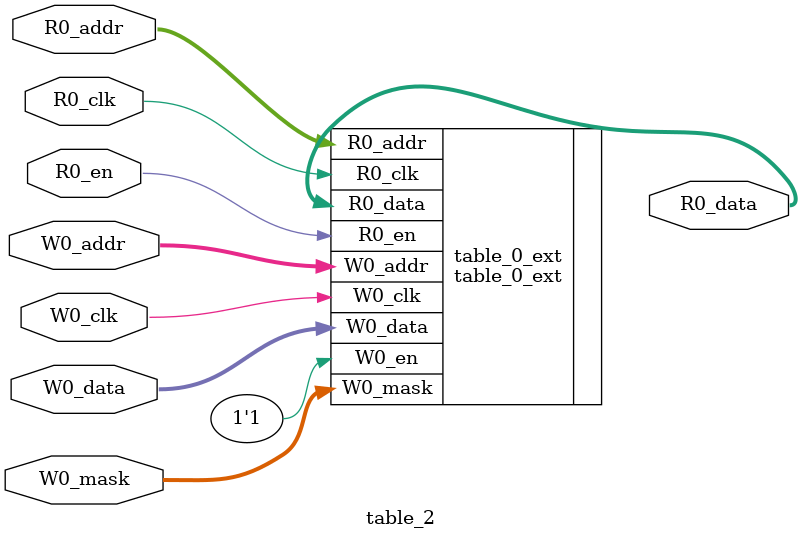
<source format=sv>
`ifndef RANDOMIZE
  `ifdef RANDOMIZE_MEM_INIT
    `define RANDOMIZE
  `endif // RANDOMIZE_MEM_INIT
`endif // not def RANDOMIZE
`ifndef RANDOMIZE
  `ifdef RANDOMIZE_REG_INIT
    `define RANDOMIZE
  `endif // RANDOMIZE_REG_INIT
`endif // not def RANDOMIZE

`ifndef RANDOM
  `define RANDOM $random
`endif // not def RANDOM

// Users can define INIT_RANDOM as general code that gets injected into the
// initializer block for modules with registers.
`ifndef INIT_RANDOM
  `define INIT_RANDOM
`endif // not def INIT_RANDOM

// If using random initialization, you can also define RANDOMIZE_DELAY to
// customize the delay used, otherwise 0.002 is used.
`ifndef RANDOMIZE_DELAY
  `define RANDOMIZE_DELAY 0.002
`endif // not def RANDOMIZE_DELAY

// Define INIT_RANDOM_PROLOG_ for use in our modules below.
`ifndef INIT_RANDOM_PROLOG_
  `ifdef RANDOMIZE
    `ifdef VERILATOR
      `define INIT_RANDOM_PROLOG_ `INIT_RANDOM
    `else  // VERILATOR
      `define INIT_RANDOM_PROLOG_ `INIT_RANDOM #`RANDOMIZE_DELAY begin end
    `endif // VERILATOR
  `else  // RANDOMIZE
    `define INIT_RANDOM_PROLOG_
  `endif // RANDOMIZE
`endif // not def INIT_RANDOM_PROLOG_

// Include register initializers in init blocks unless synthesis is set
`ifndef SYNTHESIS
  `ifndef ENABLE_INITIAL_REG_
    `define ENABLE_INITIAL_REG_
  `endif // not def ENABLE_INITIAL_REG_
`endif // not def SYNTHESIS

// Include rmemory initializers in init blocks unless synthesis is set
`ifndef SYNTHESIS
  `ifndef ENABLE_INITIAL_MEM_
    `define ENABLE_INITIAL_MEM_
  `endif // not def ENABLE_INITIAL_MEM_
`endif // not def SYNTHESIS

// Standard header to adapt well known macros for prints and assertions.

// Users can define 'PRINTF_COND' to add an extra gate to prints.
`ifndef PRINTF_COND_
  `ifdef PRINTF_COND
    `define PRINTF_COND_ (`PRINTF_COND)
  `else  // PRINTF_COND
    `define PRINTF_COND_ 1
  `endif // PRINTF_COND
`endif // not def PRINTF_COND_

// Users can define 'ASSERT_VERBOSE_COND' to add an extra gate to assert error printing.
`ifndef ASSERT_VERBOSE_COND_
  `ifdef ASSERT_VERBOSE_COND
    `define ASSERT_VERBOSE_COND_ (`ASSERT_VERBOSE_COND)
  `else  // ASSERT_VERBOSE_COND
    `define ASSERT_VERBOSE_COND_ 1
  `endif // ASSERT_VERBOSE_COND
`endif // not def ASSERT_VERBOSE_COND_

// Users can define 'STOP_COND' to add an extra gate to stop conditions.
`ifndef STOP_COND_
  `ifdef STOP_COND
    `define STOP_COND_ (`STOP_COND)
  `else  // STOP_COND
    `define STOP_COND_ 1
  `endif // STOP_COND
`endif // not def STOP_COND_

module table_2(	// @[generators/boom/src/main/scala/ifu/bpd/tage.scala:91:27]
  input  [7:0]  R0_addr,
  input         R0_en,
                R0_clk,
  output [47:0] R0_data,
  input  [7:0]  W0_addr,
  input         W0_clk,
  input  [47:0] W0_data,
  input  [3:0]  W0_mask
);

  table_0_ext table_0_ext (	// @[generators/boom/src/main/scala/ifu/bpd/tage.scala:91:27]
    .R0_addr (R0_addr),
    .R0_en   (R0_en),
    .R0_clk  (R0_clk),
    .R0_data (R0_data),
    .W0_addr (W0_addr),
    .W0_en   (1'h1),	// @[generators/boom/src/main/scala/ifu/bpd/tage.scala:91:27]
    .W0_clk  (W0_clk),
    .W0_data (W0_data),
    .W0_mask (W0_mask)
  );
endmodule


</source>
